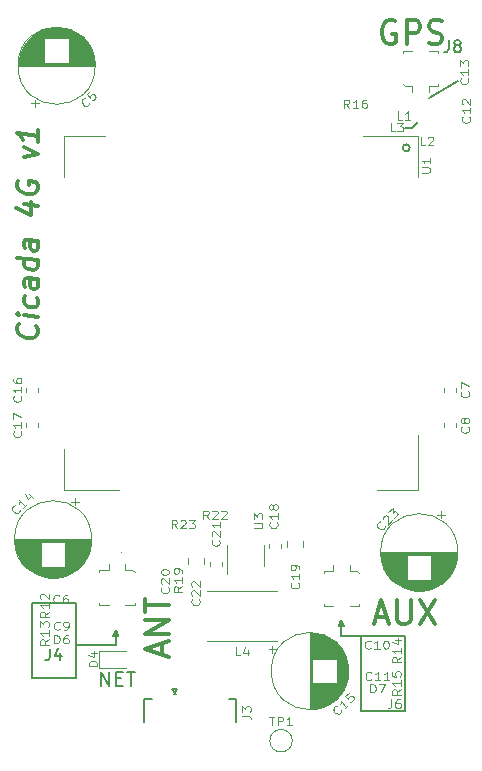
<source format=gto>
G04 #@! TF.GenerationSoftware,KiCad,Pcbnew,(5.1.0-10-g6006703)*
G04 #@! TF.CreationDate,2019-04-13T18:37:01+08:00*
G04 #@! TF.ProjectId,cicada,63696361-6461-42e6-9b69-6361645f7063,0.1*
G04 #@! TF.SameCoordinates,PX7cee6c0PY3dfd240*
G04 #@! TF.FileFunction,Legend,Top*
G04 #@! TF.FilePolarity,Positive*
%FSLAX46Y46*%
G04 Gerber Fmt 4.6, Leading zero omitted, Abs format (unit mm)*
G04 Created by KiCad (PCBNEW (5.1.0-10-g6006703)) date 2019-04-13 18:37:01*
%MOMM*%
%LPD*%
G04 APERTURE LIST*
%ADD10C,0.200000*%
%ADD11C,0.300000*%
%ADD12C,0.150000*%
%ADD13C,0.350000*%
%ADD14C,0.099060*%
%ADD15C,0.120000*%
%ADD16C,0.100000*%
G04 APERTURE END LIST*
D10*
X-11842858Y-52542857D02*
X-11842858Y-51342857D01*
X-11157143Y-52542857D01*
X-11157143Y-51342857D01*
X-10585715Y-51914285D02*
X-10185715Y-51914285D01*
X-10014286Y-52542857D02*
X-10585715Y-52542857D01*
X-10585715Y-51342857D01*
X-10014286Y-51342857D01*
X-9671429Y-51342857D02*
X-8985715Y-51342857D01*
X-9328572Y-52542857D02*
X-9328572Y-51342857D01*
D11*
X13071428Y3700000D02*
X12880952Y3795239D01*
X12595238Y3795239D01*
X12309523Y3700000D01*
X12119047Y3509524D01*
X12023809Y3319048D01*
X11928571Y2938096D01*
X11928571Y2652381D01*
X12023809Y2271429D01*
X12119047Y2080953D01*
X12309523Y1890477D01*
X12595238Y1795239D01*
X12785714Y1795239D01*
X13071428Y1890477D01*
X13166666Y1985715D01*
X13166666Y2652381D01*
X12785714Y2652381D01*
X14023809Y1795239D02*
X14023809Y3795239D01*
X14785714Y3795239D01*
X14976190Y3700000D01*
X15071428Y3604762D01*
X15166666Y3414286D01*
X15166666Y3128572D01*
X15071428Y2938096D01*
X14976190Y2842858D01*
X14785714Y2747620D01*
X14023809Y2747620D01*
X15928571Y1890477D02*
X16214285Y1795239D01*
X16690476Y1795239D01*
X16880952Y1890477D01*
X16976190Y1985715D01*
X17071428Y2176191D01*
X17071428Y2366667D01*
X16976190Y2557143D01*
X16880952Y2652381D01*
X16690476Y2747620D01*
X16309523Y2842858D01*
X16119047Y2938096D01*
X16023809Y3033334D01*
X15928571Y3223810D01*
X15928571Y3414286D01*
X16023809Y3604762D01*
X16119047Y3700000D01*
X16309523Y3795239D01*
X16785714Y3795239D01*
X17071428Y3700000D01*
X11423809Y-46733333D02*
X12376190Y-46733333D01*
X11233333Y-47304761D02*
X11900000Y-45304761D01*
X12566666Y-47304761D01*
X13233333Y-45304761D02*
X13233333Y-46923809D01*
X13328571Y-47114285D01*
X13423809Y-47209523D01*
X13614285Y-47304761D01*
X13995238Y-47304761D01*
X14185714Y-47209523D01*
X14280952Y-47114285D01*
X14376190Y-46923809D01*
X14376190Y-45304761D01*
X15138095Y-45304761D02*
X16471428Y-47304761D01*
X16471428Y-45304761D02*
X15138095Y-47304761D01*
X-6666667Y-49935714D02*
X-6666667Y-48983333D01*
X-6095239Y-50126190D02*
X-8095239Y-49459523D01*
X-6095239Y-48792857D01*
X-6095239Y-48126190D02*
X-8095239Y-48126190D01*
X-6095239Y-46983333D01*
X-8095239Y-46983333D01*
X-8095239Y-46316666D02*
X-8095239Y-45173809D01*
X-6095239Y-45745238D02*
X-8095239Y-45745238D01*
D12*
X14500000Y-5300000D02*
X15000000Y-4800000D01*
X13900000Y-5300000D02*
X14500000Y-5300000D01*
X18400000Y-1350000D02*
X15900000Y-2800000D01*
X-10800000Y-48300000D02*
X-10400000Y-48300000D01*
X-17700000Y-51900000D02*
X-17700000Y-45500000D01*
X-10400000Y-48300000D02*
X-10600000Y-47800000D01*
X-10600000Y-49100000D02*
X-14000000Y-49100000D01*
X-10600000Y-47800000D02*
X-10800000Y-48300000D01*
X-17700000Y-45500000D02*
X-14000000Y-45500000D01*
X-10600000Y-49100000D02*
X-10600000Y-47800000D01*
X-14000000Y-45500000D02*
X-14000000Y-51900000D01*
X-14000000Y-51900000D02*
X-17700000Y-51900000D01*
X8700000Y-47500000D02*
X8500000Y-47000000D01*
X8300000Y-47500000D02*
X8700000Y-47500000D01*
X8500000Y-47000000D02*
X8300000Y-47500000D01*
X8500000Y-48300000D02*
X8500000Y-47000000D01*
X10200000Y-48300000D02*
X8500000Y-48300000D01*
X10200000Y-54700000D02*
X10200000Y-48300000D01*
X13900000Y-54700000D02*
X10200000Y-54700000D01*
X13900000Y-48300000D02*
X13900000Y-54700000D01*
X10200000Y-48300000D02*
X13900000Y-48300000D01*
D13*
X-17357143Y-22072187D02*
X-17271429Y-22168616D01*
X-17185715Y-22436473D01*
X-17185715Y-22607901D01*
X-17271429Y-22854330D01*
X-17442858Y-23004330D01*
X-17614286Y-23068616D01*
X-17957143Y-23111473D01*
X-18214286Y-23079330D01*
X-18557143Y-22950758D01*
X-18728572Y-22843616D01*
X-18900000Y-22650758D01*
X-18985715Y-22382901D01*
X-18985715Y-22211473D01*
X-18900000Y-21965044D01*
X-18814286Y-21890044D01*
X-17185715Y-21322187D02*
X-18385715Y-21172187D01*
X-18985715Y-21097187D02*
X-18900000Y-21193616D01*
X-18814286Y-21118616D01*
X-18900000Y-21022187D01*
X-18985715Y-21097187D01*
X-18814286Y-21118616D01*
X-17271429Y-19682901D02*
X-17185715Y-19865044D01*
X-17185715Y-20207901D01*
X-17271429Y-20368616D01*
X-17357143Y-20443616D01*
X-17528572Y-20507901D01*
X-18042858Y-20443616D01*
X-18214286Y-20336473D01*
X-18300000Y-20240044D01*
X-18385715Y-20057901D01*
X-18385715Y-19715044D01*
X-18300000Y-19554330D01*
X-17185715Y-18150758D02*
X-18128572Y-18032901D01*
X-18300000Y-18097187D01*
X-18385715Y-18257901D01*
X-18385715Y-18600758D01*
X-18300000Y-18782901D01*
X-17271429Y-18140044D02*
X-17185715Y-18322187D01*
X-17185715Y-18750758D01*
X-17271429Y-18911473D01*
X-17442858Y-18975758D01*
X-17614286Y-18954330D01*
X-17785715Y-18847187D01*
X-17871429Y-18665044D01*
X-17871429Y-18236473D01*
X-17957143Y-18054330D01*
X-17185715Y-16522187D02*
X-18985715Y-16297187D01*
X-17271429Y-16511473D02*
X-17185715Y-16693616D01*
X-17185715Y-17036473D01*
X-17271429Y-17197187D01*
X-17357143Y-17272187D01*
X-17528572Y-17336473D01*
X-18042858Y-17272187D01*
X-18214286Y-17165044D01*
X-18300000Y-17068616D01*
X-18385715Y-16886473D01*
X-18385715Y-16543616D01*
X-18300000Y-16382901D01*
X-17185715Y-14893616D02*
X-18128572Y-14775758D01*
X-18300000Y-14840044D01*
X-18385715Y-15000758D01*
X-18385715Y-15343616D01*
X-18300000Y-15525758D01*
X-17271429Y-14882901D02*
X-17185715Y-15065044D01*
X-17185715Y-15493616D01*
X-17271429Y-15654330D01*
X-17442858Y-15718616D01*
X-17614286Y-15697187D01*
X-17785715Y-15590044D01*
X-17871429Y-15407901D01*
X-17871429Y-14979330D01*
X-17957143Y-14797187D01*
X-18385715Y-11743616D02*
X-17185715Y-11893616D01*
X-19071429Y-12086473D02*
X-17785715Y-12675758D01*
X-17785715Y-11561473D01*
X-18900000Y-9793616D02*
X-18985715Y-9954330D01*
X-18985715Y-10211473D01*
X-18900000Y-10479330D01*
X-18728572Y-10672187D01*
X-18557143Y-10779330D01*
X-18214286Y-10907901D01*
X-17957143Y-10940044D01*
X-17614286Y-10897187D01*
X-17442858Y-10832901D01*
X-17271429Y-10682901D01*
X-17185715Y-10436473D01*
X-17185715Y-10265044D01*
X-17271429Y-9997187D01*
X-17357143Y-9900758D01*
X-17957143Y-9825758D01*
X-17957143Y-10168616D01*
X-18385715Y-7800758D02*
X-17185715Y-7522187D01*
X-18385715Y-6943616D01*
X-17185715Y-5465044D02*
X-17185715Y-6493616D01*
X-17185715Y-5979330D02*
X-18985715Y-5754330D01*
X-18728572Y-5957901D01*
X-18557143Y-6150758D01*
X-18471429Y-6332901D01*
D12*
X14300000Y-7000000D02*
G75*
G03X14300000Y-7000000I-300000J0D01*
G01*
D14*
X15000000Y-9500000D02*
X14998700Y-6001300D01*
X14998700Y-35998700D02*
X14998700Y-31347960D01*
X-11500000Y-6000000D02*
X-14998700Y-6001300D01*
X14998700Y-6001300D02*
X10347960Y-6001300D01*
X-15000000Y-9500000D02*
X-14998700Y-6001300D01*
X-14998700Y-35998700D02*
X-15000000Y-32500000D01*
X-10347960Y-35998700D02*
X-14998700Y-35998700D01*
X14998700Y-35998700D02*
X11500000Y-36000000D01*
D15*
X15900000Y-1800000D02*
X15900000Y-2300000D01*
X14500000Y-1800000D02*
X14500000Y-2300000D01*
X14500000Y-1800000D02*
X13900000Y-1800000D01*
X13900000Y-1800000D02*
X13700000Y-1600000D01*
X16700000Y-1600000D02*
X16700000Y-1800000D01*
X16700000Y-1800000D02*
X15900000Y-1800000D01*
X15900000Y1200000D02*
X16700000Y1200000D01*
X16700000Y1200000D02*
X16700000Y1000000D01*
X13700000Y1000000D02*
X13700000Y1200000D01*
X13700000Y1200000D02*
X14500000Y1200000D01*
X7800000Y-42800000D02*
X7800000Y-42300000D01*
X9200000Y-42800000D02*
X9200000Y-42300000D01*
X9200000Y-42800000D02*
X9800000Y-42800000D01*
X9800000Y-42800000D02*
X10000000Y-43000000D01*
X7000000Y-43000000D02*
X7000000Y-42800000D01*
X7000000Y-42800000D02*
X7800000Y-42800000D01*
X7800000Y-45800000D02*
X7000000Y-45800000D01*
X7000000Y-45800000D02*
X7000000Y-45600000D01*
X10000000Y-45600000D02*
X10000000Y-45800000D01*
X10000000Y-45800000D02*
X9200000Y-45800000D01*
X-11200000Y-42750000D02*
X-11200000Y-42250000D01*
X-9800000Y-42750000D02*
X-9800000Y-42250000D01*
X-9800000Y-42750000D02*
X-9200000Y-42750000D01*
X-9200000Y-42750000D02*
X-9000000Y-42950000D01*
X-12000000Y-42950000D02*
X-12000000Y-42750000D01*
X-12000000Y-42750000D02*
X-11200000Y-42750000D01*
X-11200000Y-45750000D02*
X-12000000Y-45750000D01*
X-12000000Y-45750000D02*
X-12000000Y-45550000D01*
X-9000000Y-45550000D02*
X-9000000Y-45750000D01*
X-9000000Y-45750000D02*
X-9800000Y-45750000D01*
D12*
X-8200000Y-53700000D02*
X-7500000Y-53700000D01*
X-8200000Y-53700000D02*
X-8200000Y-55600000D01*
X-1000000Y-53700000D02*
X-400000Y-53700000D01*
X-400000Y-53700000D02*
X-400000Y-55600000D01*
X-5800000Y-52800000D02*
X-5600000Y-53200000D01*
X-5600000Y-53200000D02*
X-5400000Y-52800000D01*
X-5400000Y-52800000D02*
X-5800000Y-52800000D01*
D15*
X-17190000Y-27662779D02*
X-17190000Y-27337221D01*
X-18210000Y-27662779D02*
X-18210000Y-27337221D01*
X18210000Y-27662779D02*
X18210000Y-27337221D01*
X17190000Y-27662779D02*
X17190000Y-27337221D01*
X-1134265Y-40647209D02*
X-1134265Y-43077209D01*
X1935735Y-42407209D02*
X1935735Y-40647209D01*
X4350000Y-57200000D02*
G75*
G03X4350000Y-57200000I-950000J0D01*
G01*
X3100000Y-44550000D02*
X-2900000Y-44550000D01*
X3100000Y-48750000D02*
X-2900000Y-48750000D01*
D16*
X8205000Y-41300000D02*
G75*
G03X8205000Y-41300000I-50000J0D01*
G01*
X-10105000Y-41250000D02*
G75*
G03X-10105000Y-41250000I-50000J0D01*
G01*
D15*
X-11985000Y-51035000D02*
X-9700000Y-51035000D01*
X-11985000Y-49565000D02*
X-11985000Y-51035000D01*
X-9700000Y-49565000D02*
X-11985000Y-49565000D01*
X17254000Y-38064759D02*
X16624000Y-38064759D01*
X16939000Y-37749759D02*
X16939000Y-38379759D01*
X15502000Y-44491000D02*
X14698000Y-44491000D01*
X15733000Y-44451000D02*
X14467000Y-44451000D01*
X15902000Y-44411000D02*
X14298000Y-44411000D01*
X16040000Y-44371000D02*
X14160000Y-44371000D01*
X16159000Y-44331000D02*
X14041000Y-44331000D01*
X16265000Y-44291000D02*
X13935000Y-44291000D01*
X16362000Y-44251000D02*
X13838000Y-44251000D01*
X16450000Y-44211000D02*
X13750000Y-44211000D01*
X16532000Y-44171000D02*
X13668000Y-44171000D01*
X16609000Y-44131000D02*
X13591000Y-44131000D01*
X16681000Y-44091000D02*
X13519000Y-44091000D01*
X16750000Y-44051000D02*
X13450000Y-44051000D01*
X16814000Y-44011000D02*
X13386000Y-44011000D01*
X16876000Y-43971000D02*
X13324000Y-43971000D01*
X16934000Y-43931000D02*
X13266000Y-43931000D01*
X16990000Y-43891000D02*
X13210000Y-43891000D01*
X17044000Y-43851000D02*
X13156000Y-43851000D01*
X17095000Y-43811000D02*
X13105000Y-43811000D01*
X17144000Y-43771000D02*
X13056000Y-43771000D01*
X17192000Y-43731000D02*
X13008000Y-43731000D01*
X17237000Y-43691000D02*
X12963000Y-43691000D01*
X17282000Y-43651000D02*
X12918000Y-43651000D01*
X17324000Y-43611000D02*
X12876000Y-43611000D01*
X17365000Y-43571000D02*
X12835000Y-43571000D01*
X14060000Y-43531000D02*
X12795000Y-43531000D01*
X17405000Y-43531000D02*
X16140000Y-43531000D01*
X14060000Y-43491000D02*
X12757000Y-43491000D01*
X17443000Y-43491000D02*
X16140000Y-43491000D01*
X14060000Y-43451000D02*
X12720000Y-43451000D01*
X17480000Y-43451000D02*
X16140000Y-43451000D01*
X14060000Y-43411000D02*
X12684000Y-43411000D01*
X17516000Y-43411000D02*
X16140000Y-43411000D01*
X14060000Y-43371000D02*
X12650000Y-43371000D01*
X17550000Y-43371000D02*
X16140000Y-43371000D01*
X14060000Y-43331000D02*
X12616000Y-43331000D01*
X17584000Y-43331000D02*
X16140000Y-43331000D01*
X14060000Y-43291000D02*
X12584000Y-43291000D01*
X17616000Y-43291000D02*
X16140000Y-43291000D01*
X14060000Y-43251000D02*
X12552000Y-43251000D01*
X17648000Y-43251000D02*
X16140000Y-43251000D01*
X14060000Y-43211000D02*
X12522000Y-43211000D01*
X17678000Y-43211000D02*
X16140000Y-43211000D01*
X14060000Y-43171000D02*
X12493000Y-43171000D01*
X17707000Y-43171000D02*
X16140000Y-43171000D01*
X14060000Y-43131000D02*
X12464000Y-43131000D01*
X17736000Y-43131000D02*
X16140000Y-43131000D01*
X14060000Y-43091000D02*
X12436000Y-43091000D01*
X17764000Y-43091000D02*
X16140000Y-43091000D01*
X14060000Y-43051000D02*
X12410000Y-43051000D01*
X17790000Y-43051000D02*
X16140000Y-43051000D01*
X14060000Y-43011000D02*
X12384000Y-43011000D01*
X17816000Y-43011000D02*
X16140000Y-43011000D01*
X14060000Y-42971000D02*
X12358000Y-42971000D01*
X17842000Y-42971000D02*
X16140000Y-42971000D01*
X14060000Y-42931000D02*
X12334000Y-42931000D01*
X17866000Y-42931000D02*
X16140000Y-42931000D01*
X14060000Y-42891000D02*
X12310000Y-42891000D01*
X17890000Y-42891000D02*
X16140000Y-42891000D01*
X14060000Y-42851000D02*
X12288000Y-42851000D01*
X17912000Y-42851000D02*
X16140000Y-42851000D01*
X14060000Y-42811000D02*
X12266000Y-42811000D01*
X17934000Y-42811000D02*
X16140000Y-42811000D01*
X14060000Y-42771000D02*
X12244000Y-42771000D01*
X17956000Y-42771000D02*
X16140000Y-42771000D01*
X14060000Y-42731000D02*
X12224000Y-42731000D01*
X17976000Y-42731000D02*
X16140000Y-42731000D01*
X14060000Y-42691000D02*
X12204000Y-42691000D01*
X17996000Y-42691000D02*
X16140000Y-42691000D01*
X14060000Y-42651000D02*
X12184000Y-42651000D01*
X18016000Y-42651000D02*
X16140000Y-42651000D01*
X14060000Y-42611000D02*
X12166000Y-42611000D01*
X18034000Y-42611000D02*
X16140000Y-42611000D01*
X14060000Y-42571000D02*
X12148000Y-42571000D01*
X18052000Y-42571000D02*
X16140000Y-42571000D01*
X14060000Y-42531000D02*
X12130000Y-42531000D01*
X18070000Y-42531000D02*
X16140000Y-42531000D01*
X14060000Y-42491000D02*
X12114000Y-42491000D01*
X18086000Y-42491000D02*
X16140000Y-42491000D01*
X14060000Y-42451000D02*
X12098000Y-42451000D01*
X18102000Y-42451000D02*
X16140000Y-42451000D01*
X14060000Y-42411000D02*
X12082000Y-42411000D01*
X18118000Y-42411000D02*
X16140000Y-42411000D01*
X14060000Y-42371000D02*
X12067000Y-42371000D01*
X18133000Y-42371000D02*
X16140000Y-42371000D01*
X14060000Y-42331000D02*
X12053000Y-42331000D01*
X18147000Y-42331000D02*
X16140000Y-42331000D01*
X14060000Y-42291000D02*
X12039000Y-42291000D01*
X18161000Y-42291000D02*
X16140000Y-42291000D01*
X14060000Y-42251000D02*
X12026000Y-42251000D01*
X18174000Y-42251000D02*
X16140000Y-42251000D01*
X14060000Y-42211000D02*
X12014000Y-42211000D01*
X18186000Y-42211000D02*
X16140000Y-42211000D01*
X14060000Y-42171000D02*
X12002000Y-42171000D01*
X18198000Y-42171000D02*
X16140000Y-42171000D01*
X14060000Y-42131000D02*
X11990000Y-42131000D01*
X18210000Y-42131000D02*
X16140000Y-42131000D01*
X14060000Y-42091000D02*
X11979000Y-42091000D01*
X18221000Y-42091000D02*
X16140000Y-42091000D01*
X14060000Y-42051000D02*
X11969000Y-42051000D01*
X18231000Y-42051000D02*
X16140000Y-42051000D01*
X14060000Y-42011000D02*
X11959000Y-42011000D01*
X18241000Y-42011000D02*
X16140000Y-42011000D01*
X14060000Y-41971000D02*
X11950000Y-41971000D01*
X18250000Y-41971000D02*
X16140000Y-41971000D01*
X14060000Y-41930000D02*
X11941000Y-41930000D01*
X18259000Y-41930000D02*
X16140000Y-41930000D01*
X14060000Y-41890000D02*
X11933000Y-41890000D01*
X18267000Y-41890000D02*
X16140000Y-41890000D01*
X14060000Y-41850000D02*
X11925000Y-41850000D01*
X18275000Y-41850000D02*
X16140000Y-41850000D01*
X14060000Y-41810000D02*
X11918000Y-41810000D01*
X18282000Y-41810000D02*
X16140000Y-41810000D01*
X14060000Y-41770000D02*
X11911000Y-41770000D01*
X18289000Y-41770000D02*
X16140000Y-41770000D01*
X14060000Y-41730000D02*
X11905000Y-41730000D01*
X18295000Y-41730000D02*
X16140000Y-41730000D01*
X14060000Y-41690000D02*
X11899000Y-41690000D01*
X18301000Y-41690000D02*
X16140000Y-41690000D01*
X14060000Y-41650000D02*
X11894000Y-41650000D01*
X18306000Y-41650000D02*
X16140000Y-41650000D01*
X14060000Y-41610000D02*
X11889000Y-41610000D01*
X18311000Y-41610000D02*
X16140000Y-41610000D01*
X14060000Y-41570000D02*
X11885000Y-41570000D01*
X18315000Y-41570000D02*
X16140000Y-41570000D01*
X14060000Y-41530000D02*
X11882000Y-41530000D01*
X18318000Y-41530000D02*
X16140000Y-41530000D01*
X14060000Y-41490000D02*
X11878000Y-41490000D01*
X18322000Y-41490000D02*
X16140000Y-41490000D01*
X18324000Y-41450000D02*
X11876000Y-41450000D01*
X18327000Y-41410000D02*
X11873000Y-41410000D01*
X18328000Y-41370000D02*
X11872000Y-41370000D01*
X18330000Y-41330000D02*
X11870000Y-41330000D01*
X18330000Y-41290000D02*
X11870000Y-41290000D01*
X18330000Y-41250000D02*
X11870000Y-41250000D01*
X18370000Y-41250000D02*
G75*
G03X18370000Y-41250000I-3270000J0D01*
G01*
X-4510000Y-41741422D02*
X-4510000Y-42258578D01*
X-3090000Y-41741422D02*
X-3090000Y-42258578D01*
X-1590000Y-42375279D02*
X-1590000Y-42049721D01*
X-2610000Y-42375279D02*
X-2610000Y-42049721D01*
X5285735Y-40785786D02*
X5285735Y-40268630D01*
X3865735Y-40785786D02*
X3865735Y-40268630D01*
X2365736Y-40576927D02*
X2365736Y-40902485D01*
X3385736Y-40576927D02*
X3385736Y-40902485D01*
X-18210000Y-30337221D02*
X-18210000Y-30662779D01*
X-17190000Y-30337221D02*
X-17190000Y-30662779D01*
X2664759Y-49146000D02*
X2664759Y-49776000D01*
X2349759Y-49461000D02*
X2979759Y-49461000D01*
X9091000Y-50898000D02*
X9091000Y-51702000D01*
X9051000Y-50667000D02*
X9051000Y-51933000D01*
X9011000Y-50498000D02*
X9011000Y-52102000D01*
X8971000Y-50360000D02*
X8971000Y-52240000D01*
X8931000Y-50241000D02*
X8931000Y-52359000D01*
X8891000Y-50135000D02*
X8891000Y-52465000D01*
X8851000Y-50038000D02*
X8851000Y-52562000D01*
X8811000Y-49950000D02*
X8811000Y-52650000D01*
X8771000Y-49868000D02*
X8771000Y-52732000D01*
X8731000Y-49791000D02*
X8731000Y-52809000D01*
X8691000Y-49719000D02*
X8691000Y-52881000D01*
X8651000Y-49650000D02*
X8651000Y-52950000D01*
X8611000Y-49586000D02*
X8611000Y-53014000D01*
X8571000Y-49524000D02*
X8571000Y-53076000D01*
X8531000Y-49466000D02*
X8531000Y-53134000D01*
X8491000Y-49410000D02*
X8491000Y-53190000D01*
X8451000Y-49356000D02*
X8451000Y-53244000D01*
X8411000Y-49305000D02*
X8411000Y-53295000D01*
X8371000Y-49256000D02*
X8371000Y-53344000D01*
X8331000Y-49208000D02*
X8331000Y-53392000D01*
X8291000Y-49163000D02*
X8291000Y-53437000D01*
X8251000Y-49118000D02*
X8251000Y-53482000D01*
X8211000Y-49076000D02*
X8211000Y-53524000D01*
X8171000Y-49035000D02*
X8171000Y-53565000D01*
X8131000Y-52340000D02*
X8131000Y-53605000D01*
X8131000Y-48995000D02*
X8131000Y-50260000D01*
X8091000Y-52340000D02*
X8091000Y-53643000D01*
X8091000Y-48957000D02*
X8091000Y-50260000D01*
X8051000Y-52340000D02*
X8051000Y-53680000D01*
X8051000Y-48920000D02*
X8051000Y-50260000D01*
X8011000Y-52340000D02*
X8011000Y-53716000D01*
X8011000Y-48884000D02*
X8011000Y-50260000D01*
X7971000Y-52340000D02*
X7971000Y-53750000D01*
X7971000Y-48850000D02*
X7971000Y-50260000D01*
X7931000Y-52340000D02*
X7931000Y-53784000D01*
X7931000Y-48816000D02*
X7931000Y-50260000D01*
X7891000Y-52340000D02*
X7891000Y-53816000D01*
X7891000Y-48784000D02*
X7891000Y-50260000D01*
X7851000Y-52340000D02*
X7851000Y-53848000D01*
X7851000Y-48752000D02*
X7851000Y-50260000D01*
X7811000Y-52340000D02*
X7811000Y-53878000D01*
X7811000Y-48722000D02*
X7811000Y-50260000D01*
X7771000Y-52340000D02*
X7771000Y-53907000D01*
X7771000Y-48693000D02*
X7771000Y-50260000D01*
X7731000Y-52340000D02*
X7731000Y-53936000D01*
X7731000Y-48664000D02*
X7731000Y-50260000D01*
X7691000Y-52340000D02*
X7691000Y-53964000D01*
X7691000Y-48636000D02*
X7691000Y-50260000D01*
X7651000Y-52340000D02*
X7651000Y-53990000D01*
X7651000Y-48610000D02*
X7651000Y-50260000D01*
X7611000Y-52340000D02*
X7611000Y-54016000D01*
X7611000Y-48584000D02*
X7611000Y-50260000D01*
X7571000Y-52340000D02*
X7571000Y-54042000D01*
X7571000Y-48558000D02*
X7571000Y-50260000D01*
X7531000Y-52340000D02*
X7531000Y-54066000D01*
X7531000Y-48534000D02*
X7531000Y-50260000D01*
X7491000Y-52340000D02*
X7491000Y-54090000D01*
X7491000Y-48510000D02*
X7491000Y-50260000D01*
X7451000Y-52340000D02*
X7451000Y-54112000D01*
X7451000Y-48488000D02*
X7451000Y-50260000D01*
X7411000Y-52340000D02*
X7411000Y-54134000D01*
X7411000Y-48466000D02*
X7411000Y-50260000D01*
X7371000Y-52340000D02*
X7371000Y-54156000D01*
X7371000Y-48444000D02*
X7371000Y-50260000D01*
X7331000Y-52340000D02*
X7331000Y-54176000D01*
X7331000Y-48424000D02*
X7331000Y-50260000D01*
X7291000Y-52340000D02*
X7291000Y-54196000D01*
X7291000Y-48404000D02*
X7291000Y-50260000D01*
X7251000Y-52340000D02*
X7251000Y-54216000D01*
X7251000Y-48384000D02*
X7251000Y-50260000D01*
X7211000Y-52340000D02*
X7211000Y-54234000D01*
X7211000Y-48366000D02*
X7211000Y-50260000D01*
X7171000Y-52340000D02*
X7171000Y-54252000D01*
X7171000Y-48348000D02*
X7171000Y-50260000D01*
X7131000Y-52340000D02*
X7131000Y-54270000D01*
X7131000Y-48330000D02*
X7131000Y-50260000D01*
X7091000Y-52340000D02*
X7091000Y-54286000D01*
X7091000Y-48314000D02*
X7091000Y-50260000D01*
X7051000Y-52340000D02*
X7051000Y-54302000D01*
X7051000Y-48298000D02*
X7051000Y-50260000D01*
X7011000Y-52340000D02*
X7011000Y-54318000D01*
X7011000Y-48282000D02*
X7011000Y-50260000D01*
X6971000Y-52340000D02*
X6971000Y-54333000D01*
X6971000Y-48267000D02*
X6971000Y-50260000D01*
X6931000Y-52340000D02*
X6931000Y-54347000D01*
X6931000Y-48253000D02*
X6931000Y-50260000D01*
X6891000Y-52340000D02*
X6891000Y-54361000D01*
X6891000Y-48239000D02*
X6891000Y-50260000D01*
X6851000Y-52340000D02*
X6851000Y-54374000D01*
X6851000Y-48226000D02*
X6851000Y-50260000D01*
X6811000Y-52340000D02*
X6811000Y-54386000D01*
X6811000Y-48214000D02*
X6811000Y-50260000D01*
X6771000Y-52340000D02*
X6771000Y-54398000D01*
X6771000Y-48202000D02*
X6771000Y-50260000D01*
X6731000Y-52340000D02*
X6731000Y-54410000D01*
X6731000Y-48190000D02*
X6731000Y-50260000D01*
X6691000Y-52340000D02*
X6691000Y-54421000D01*
X6691000Y-48179000D02*
X6691000Y-50260000D01*
X6651000Y-52340000D02*
X6651000Y-54431000D01*
X6651000Y-48169000D02*
X6651000Y-50260000D01*
X6611000Y-52340000D02*
X6611000Y-54441000D01*
X6611000Y-48159000D02*
X6611000Y-50260000D01*
X6571000Y-52340000D02*
X6571000Y-54450000D01*
X6571000Y-48150000D02*
X6571000Y-50260000D01*
X6530000Y-52340000D02*
X6530000Y-54459000D01*
X6530000Y-48141000D02*
X6530000Y-50260000D01*
X6490000Y-52340000D02*
X6490000Y-54467000D01*
X6490000Y-48133000D02*
X6490000Y-50260000D01*
X6450000Y-52340000D02*
X6450000Y-54475000D01*
X6450000Y-48125000D02*
X6450000Y-50260000D01*
X6410000Y-52340000D02*
X6410000Y-54482000D01*
X6410000Y-48118000D02*
X6410000Y-50260000D01*
X6370000Y-52340000D02*
X6370000Y-54489000D01*
X6370000Y-48111000D02*
X6370000Y-50260000D01*
X6330000Y-52340000D02*
X6330000Y-54495000D01*
X6330000Y-48105000D02*
X6330000Y-50260000D01*
X6290000Y-52340000D02*
X6290000Y-54501000D01*
X6290000Y-48099000D02*
X6290000Y-50260000D01*
X6250000Y-52340000D02*
X6250000Y-54506000D01*
X6250000Y-48094000D02*
X6250000Y-50260000D01*
X6210000Y-52340000D02*
X6210000Y-54511000D01*
X6210000Y-48089000D02*
X6210000Y-50260000D01*
X6170000Y-52340000D02*
X6170000Y-54515000D01*
X6170000Y-48085000D02*
X6170000Y-50260000D01*
X6130000Y-52340000D02*
X6130000Y-54518000D01*
X6130000Y-48082000D02*
X6130000Y-50260000D01*
X6090000Y-52340000D02*
X6090000Y-54522000D01*
X6090000Y-48078000D02*
X6090000Y-50260000D01*
X6050000Y-48076000D02*
X6050000Y-54524000D01*
X6010000Y-48073000D02*
X6010000Y-54527000D01*
X5970000Y-48072000D02*
X5970000Y-54528000D01*
X5930000Y-48070000D02*
X5930000Y-54530000D01*
X5890000Y-48070000D02*
X5890000Y-54530000D01*
X5850000Y-48070000D02*
X5850000Y-54530000D01*
X9120000Y-51300000D02*
G75*
G03X9120000Y-51300000I-3270000J0D01*
G01*
X-13746000Y-36964759D02*
X-14376000Y-36964759D01*
X-14061000Y-36649759D02*
X-14061000Y-37279759D01*
X-15498000Y-43391000D02*
X-16302000Y-43391000D01*
X-15267000Y-43351000D02*
X-16533000Y-43351000D01*
X-15098000Y-43311000D02*
X-16702000Y-43311000D01*
X-14960000Y-43271000D02*
X-16840000Y-43271000D01*
X-14841000Y-43231000D02*
X-16959000Y-43231000D01*
X-14735000Y-43191000D02*
X-17065000Y-43191000D01*
X-14638000Y-43151000D02*
X-17162000Y-43151000D01*
X-14550000Y-43111000D02*
X-17250000Y-43111000D01*
X-14468000Y-43071000D02*
X-17332000Y-43071000D01*
X-14391000Y-43031000D02*
X-17409000Y-43031000D01*
X-14319000Y-42991000D02*
X-17481000Y-42991000D01*
X-14250000Y-42951000D02*
X-17550000Y-42951000D01*
X-14186000Y-42911000D02*
X-17614000Y-42911000D01*
X-14124000Y-42871000D02*
X-17676000Y-42871000D01*
X-14066000Y-42831000D02*
X-17734000Y-42831000D01*
X-14010000Y-42791000D02*
X-17790000Y-42791000D01*
X-13956000Y-42751000D02*
X-17844000Y-42751000D01*
X-13905000Y-42711000D02*
X-17895000Y-42711000D01*
X-13856000Y-42671000D02*
X-17944000Y-42671000D01*
X-13808000Y-42631000D02*
X-17992000Y-42631000D01*
X-13763000Y-42591000D02*
X-18037000Y-42591000D01*
X-13718000Y-42551000D02*
X-18082000Y-42551000D01*
X-13676000Y-42511000D02*
X-18124000Y-42511000D01*
X-13635000Y-42471000D02*
X-18165000Y-42471000D01*
X-16940000Y-42431000D02*
X-18205000Y-42431000D01*
X-13595000Y-42431000D02*
X-14860000Y-42431000D01*
X-16940000Y-42391000D02*
X-18243000Y-42391000D01*
X-13557000Y-42391000D02*
X-14860000Y-42391000D01*
X-16940000Y-42351000D02*
X-18280000Y-42351000D01*
X-13520000Y-42351000D02*
X-14860000Y-42351000D01*
X-16940000Y-42311000D02*
X-18316000Y-42311000D01*
X-13484000Y-42311000D02*
X-14860000Y-42311000D01*
X-16940000Y-42271000D02*
X-18350000Y-42271000D01*
X-13450000Y-42271000D02*
X-14860000Y-42271000D01*
X-16940000Y-42231000D02*
X-18384000Y-42231000D01*
X-13416000Y-42231000D02*
X-14860000Y-42231000D01*
X-16940000Y-42191000D02*
X-18416000Y-42191000D01*
X-13384000Y-42191000D02*
X-14860000Y-42191000D01*
X-16940000Y-42151000D02*
X-18448000Y-42151000D01*
X-13352000Y-42151000D02*
X-14860000Y-42151000D01*
X-16940000Y-42111000D02*
X-18478000Y-42111000D01*
X-13322000Y-42111000D02*
X-14860000Y-42111000D01*
X-16940000Y-42071000D02*
X-18507000Y-42071000D01*
X-13293000Y-42071000D02*
X-14860000Y-42071000D01*
X-16940000Y-42031000D02*
X-18536000Y-42031000D01*
X-13264000Y-42031000D02*
X-14860000Y-42031000D01*
X-16940000Y-41991000D02*
X-18564000Y-41991000D01*
X-13236000Y-41991000D02*
X-14860000Y-41991000D01*
X-16940000Y-41951000D02*
X-18590000Y-41951000D01*
X-13210000Y-41951000D02*
X-14860000Y-41951000D01*
X-16940000Y-41911000D02*
X-18616000Y-41911000D01*
X-13184000Y-41911000D02*
X-14860000Y-41911000D01*
X-16940000Y-41871000D02*
X-18642000Y-41871000D01*
X-13158000Y-41871000D02*
X-14860000Y-41871000D01*
X-16940000Y-41831000D02*
X-18666000Y-41831000D01*
X-13134000Y-41831000D02*
X-14860000Y-41831000D01*
X-16940000Y-41791000D02*
X-18690000Y-41791000D01*
X-13110000Y-41791000D02*
X-14860000Y-41791000D01*
X-16940000Y-41751000D02*
X-18712000Y-41751000D01*
X-13088000Y-41751000D02*
X-14860000Y-41751000D01*
X-16940000Y-41711000D02*
X-18734000Y-41711000D01*
X-13066000Y-41711000D02*
X-14860000Y-41711000D01*
X-16940000Y-41671000D02*
X-18756000Y-41671000D01*
X-13044000Y-41671000D02*
X-14860000Y-41671000D01*
X-16940000Y-41631000D02*
X-18776000Y-41631000D01*
X-13024000Y-41631000D02*
X-14860000Y-41631000D01*
X-16940000Y-41591000D02*
X-18796000Y-41591000D01*
X-13004000Y-41591000D02*
X-14860000Y-41591000D01*
X-16940000Y-41551000D02*
X-18816000Y-41551000D01*
X-12984000Y-41551000D02*
X-14860000Y-41551000D01*
X-16940000Y-41511000D02*
X-18834000Y-41511000D01*
X-12966000Y-41511000D02*
X-14860000Y-41511000D01*
X-16940000Y-41471000D02*
X-18852000Y-41471000D01*
X-12948000Y-41471000D02*
X-14860000Y-41471000D01*
X-16940000Y-41431000D02*
X-18870000Y-41431000D01*
X-12930000Y-41431000D02*
X-14860000Y-41431000D01*
X-16940000Y-41391000D02*
X-18886000Y-41391000D01*
X-12914000Y-41391000D02*
X-14860000Y-41391000D01*
X-16940000Y-41351000D02*
X-18902000Y-41351000D01*
X-12898000Y-41351000D02*
X-14860000Y-41351000D01*
X-16940000Y-41311000D02*
X-18918000Y-41311000D01*
X-12882000Y-41311000D02*
X-14860000Y-41311000D01*
X-16940000Y-41271000D02*
X-18933000Y-41271000D01*
X-12867000Y-41271000D02*
X-14860000Y-41271000D01*
X-16940000Y-41231000D02*
X-18947000Y-41231000D01*
X-12853000Y-41231000D02*
X-14860000Y-41231000D01*
X-16940000Y-41191000D02*
X-18961000Y-41191000D01*
X-12839000Y-41191000D02*
X-14860000Y-41191000D01*
X-16940000Y-41151000D02*
X-18974000Y-41151000D01*
X-12826000Y-41151000D02*
X-14860000Y-41151000D01*
X-16940000Y-41111000D02*
X-18986000Y-41111000D01*
X-12814000Y-41111000D02*
X-14860000Y-41111000D01*
X-16940000Y-41071000D02*
X-18998000Y-41071000D01*
X-12802000Y-41071000D02*
X-14860000Y-41071000D01*
X-16940000Y-41031000D02*
X-19010000Y-41031000D01*
X-12790000Y-41031000D02*
X-14860000Y-41031000D01*
X-16940000Y-40991000D02*
X-19021000Y-40991000D01*
X-12779000Y-40991000D02*
X-14860000Y-40991000D01*
X-16940000Y-40951000D02*
X-19031000Y-40951000D01*
X-12769000Y-40951000D02*
X-14860000Y-40951000D01*
X-16940000Y-40911000D02*
X-19041000Y-40911000D01*
X-12759000Y-40911000D02*
X-14860000Y-40911000D01*
X-16940000Y-40871000D02*
X-19050000Y-40871000D01*
X-12750000Y-40871000D02*
X-14860000Y-40871000D01*
X-16940000Y-40830000D02*
X-19059000Y-40830000D01*
X-12741000Y-40830000D02*
X-14860000Y-40830000D01*
X-16940000Y-40790000D02*
X-19067000Y-40790000D01*
X-12733000Y-40790000D02*
X-14860000Y-40790000D01*
X-16940000Y-40750000D02*
X-19075000Y-40750000D01*
X-12725000Y-40750000D02*
X-14860000Y-40750000D01*
X-16940000Y-40710000D02*
X-19082000Y-40710000D01*
X-12718000Y-40710000D02*
X-14860000Y-40710000D01*
X-16940000Y-40670000D02*
X-19089000Y-40670000D01*
X-12711000Y-40670000D02*
X-14860000Y-40670000D01*
X-16940000Y-40630000D02*
X-19095000Y-40630000D01*
X-12705000Y-40630000D02*
X-14860000Y-40630000D01*
X-16940000Y-40590000D02*
X-19101000Y-40590000D01*
X-12699000Y-40590000D02*
X-14860000Y-40590000D01*
X-16940000Y-40550000D02*
X-19106000Y-40550000D01*
X-12694000Y-40550000D02*
X-14860000Y-40550000D01*
X-16940000Y-40510000D02*
X-19111000Y-40510000D01*
X-12689000Y-40510000D02*
X-14860000Y-40510000D01*
X-16940000Y-40470000D02*
X-19115000Y-40470000D01*
X-12685000Y-40470000D02*
X-14860000Y-40470000D01*
X-16940000Y-40430000D02*
X-19118000Y-40430000D01*
X-12682000Y-40430000D02*
X-14860000Y-40430000D01*
X-16940000Y-40390000D02*
X-19122000Y-40390000D01*
X-12678000Y-40390000D02*
X-14860000Y-40390000D01*
X-12676000Y-40350000D02*
X-19124000Y-40350000D01*
X-12673000Y-40310000D02*
X-19127000Y-40310000D01*
X-12672000Y-40270000D02*
X-19128000Y-40270000D01*
X-12670000Y-40230000D02*
X-19130000Y-40230000D01*
X-12670000Y-40190000D02*
X-19130000Y-40190000D01*
X-12670000Y-40150000D02*
X-19130000Y-40150000D01*
X-12630000Y-40150000D02*
G75*
G03X-12630000Y-40150000I-3270000J0D01*
G01*
X17190000Y-30337221D02*
X17190000Y-30662779D01*
X18210000Y-30337221D02*
X18210000Y-30662779D01*
X-17754000Y-3235241D02*
X-17124000Y-3235241D01*
X-17439000Y-3550241D02*
X-17439000Y-2920241D01*
X-16002000Y3191000D02*
X-15198000Y3191000D01*
X-16233000Y3151000D02*
X-14967000Y3151000D01*
X-16402000Y3111000D02*
X-14798000Y3111000D01*
X-16540000Y3071000D02*
X-14660000Y3071000D01*
X-16659000Y3031000D02*
X-14541000Y3031000D01*
X-16765000Y2991000D02*
X-14435000Y2991000D01*
X-16862000Y2951000D02*
X-14338000Y2951000D01*
X-16950000Y2911000D02*
X-14250000Y2911000D01*
X-17032000Y2871000D02*
X-14168000Y2871000D01*
X-17109000Y2831000D02*
X-14091000Y2831000D01*
X-17181000Y2791000D02*
X-14019000Y2791000D01*
X-17250000Y2751000D02*
X-13950000Y2751000D01*
X-17314000Y2711000D02*
X-13886000Y2711000D01*
X-17376000Y2671000D02*
X-13824000Y2671000D01*
X-17434000Y2631000D02*
X-13766000Y2631000D01*
X-17490000Y2591000D02*
X-13710000Y2591000D01*
X-17544000Y2551000D02*
X-13656000Y2551000D01*
X-17595000Y2511000D02*
X-13605000Y2511000D01*
X-17644000Y2471000D02*
X-13556000Y2471000D01*
X-17692000Y2431000D02*
X-13508000Y2431000D01*
X-17737000Y2391000D02*
X-13463000Y2391000D01*
X-17782000Y2351000D02*
X-13418000Y2351000D01*
X-17824000Y2311000D02*
X-13376000Y2311000D01*
X-17865000Y2271000D02*
X-13335000Y2271000D01*
X-14560000Y2231000D02*
X-13295000Y2231000D01*
X-17905000Y2231000D02*
X-16640000Y2231000D01*
X-14560000Y2191000D02*
X-13257000Y2191000D01*
X-17943000Y2191000D02*
X-16640000Y2191000D01*
X-14560000Y2151000D02*
X-13220000Y2151000D01*
X-17980000Y2151000D02*
X-16640000Y2151000D01*
X-14560000Y2111000D02*
X-13184000Y2111000D01*
X-18016000Y2111000D02*
X-16640000Y2111000D01*
X-14560000Y2071000D02*
X-13150000Y2071000D01*
X-18050000Y2071000D02*
X-16640000Y2071000D01*
X-14560000Y2031000D02*
X-13116000Y2031000D01*
X-18084000Y2031000D02*
X-16640000Y2031000D01*
X-14560000Y1991000D02*
X-13084000Y1991000D01*
X-18116000Y1991000D02*
X-16640000Y1991000D01*
X-14560000Y1951000D02*
X-13052000Y1951000D01*
X-18148000Y1951000D02*
X-16640000Y1951000D01*
X-14560000Y1911000D02*
X-13022000Y1911000D01*
X-18178000Y1911000D02*
X-16640000Y1911000D01*
X-14560000Y1871000D02*
X-12993000Y1871000D01*
X-18207000Y1871000D02*
X-16640000Y1871000D01*
X-14560000Y1831000D02*
X-12964000Y1831000D01*
X-18236000Y1831000D02*
X-16640000Y1831000D01*
X-14560000Y1791000D02*
X-12936000Y1791000D01*
X-18264000Y1791000D02*
X-16640000Y1791000D01*
X-14560000Y1751000D02*
X-12910000Y1751000D01*
X-18290000Y1751000D02*
X-16640000Y1751000D01*
X-14560000Y1711000D02*
X-12884000Y1711000D01*
X-18316000Y1711000D02*
X-16640000Y1711000D01*
X-14560000Y1671000D02*
X-12858000Y1671000D01*
X-18342000Y1671000D02*
X-16640000Y1671000D01*
X-14560000Y1631000D02*
X-12834000Y1631000D01*
X-18366000Y1631000D02*
X-16640000Y1631000D01*
X-14560000Y1591000D02*
X-12810000Y1591000D01*
X-18390000Y1591000D02*
X-16640000Y1591000D01*
X-14560000Y1551000D02*
X-12788000Y1551000D01*
X-18412000Y1551000D02*
X-16640000Y1551000D01*
X-14560000Y1511000D02*
X-12766000Y1511000D01*
X-18434000Y1511000D02*
X-16640000Y1511000D01*
X-14560000Y1471000D02*
X-12744000Y1471000D01*
X-18456000Y1471000D02*
X-16640000Y1471000D01*
X-14560000Y1431000D02*
X-12724000Y1431000D01*
X-18476000Y1431000D02*
X-16640000Y1431000D01*
X-14560000Y1391000D02*
X-12704000Y1391000D01*
X-18496000Y1391000D02*
X-16640000Y1391000D01*
X-14560000Y1351000D02*
X-12684000Y1351000D01*
X-18516000Y1351000D02*
X-16640000Y1351000D01*
X-14560000Y1311000D02*
X-12666000Y1311000D01*
X-18534000Y1311000D02*
X-16640000Y1311000D01*
X-14560000Y1271000D02*
X-12648000Y1271000D01*
X-18552000Y1271000D02*
X-16640000Y1271000D01*
X-14560000Y1231000D02*
X-12630000Y1231000D01*
X-18570000Y1231000D02*
X-16640000Y1231000D01*
X-14560000Y1191000D02*
X-12614000Y1191000D01*
X-18586000Y1191000D02*
X-16640000Y1191000D01*
X-14560000Y1151000D02*
X-12598000Y1151000D01*
X-18602000Y1151000D02*
X-16640000Y1151000D01*
X-14560000Y1111000D02*
X-12582000Y1111000D01*
X-18618000Y1111000D02*
X-16640000Y1111000D01*
X-14560000Y1071000D02*
X-12567000Y1071000D01*
X-18633000Y1071000D02*
X-16640000Y1071000D01*
X-14560000Y1031000D02*
X-12553000Y1031000D01*
X-18647000Y1031000D02*
X-16640000Y1031000D01*
X-14560000Y991000D02*
X-12539000Y991000D01*
X-18661000Y991000D02*
X-16640000Y991000D01*
X-14560000Y951000D02*
X-12526000Y951000D01*
X-18674000Y951000D02*
X-16640000Y951000D01*
X-14560000Y911000D02*
X-12514000Y911000D01*
X-18686000Y911000D02*
X-16640000Y911000D01*
X-14560000Y871000D02*
X-12502000Y871000D01*
X-18698000Y871000D02*
X-16640000Y871000D01*
X-14560000Y831000D02*
X-12490000Y831000D01*
X-18710000Y831000D02*
X-16640000Y831000D01*
X-14560000Y791000D02*
X-12479000Y791000D01*
X-18721000Y791000D02*
X-16640000Y791000D01*
X-14560000Y751000D02*
X-12469000Y751000D01*
X-18731000Y751000D02*
X-16640000Y751000D01*
X-14560000Y711000D02*
X-12459000Y711000D01*
X-18741000Y711000D02*
X-16640000Y711000D01*
X-14560000Y671000D02*
X-12450000Y671000D01*
X-18750000Y671000D02*
X-16640000Y671000D01*
X-14560000Y630000D02*
X-12441000Y630000D01*
X-18759000Y630000D02*
X-16640000Y630000D01*
X-14560000Y590000D02*
X-12433000Y590000D01*
X-18767000Y590000D02*
X-16640000Y590000D01*
X-14560000Y550000D02*
X-12425000Y550000D01*
X-18775000Y550000D02*
X-16640000Y550000D01*
X-14560000Y510000D02*
X-12418000Y510000D01*
X-18782000Y510000D02*
X-16640000Y510000D01*
X-14560000Y470000D02*
X-12411000Y470000D01*
X-18789000Y470000D02*
X-16640000Y470000D01*
X-14560000Y430000D02*
X-12405000Y430000D01*
X-18795000Y430000D02*
X-16640000Y430000D01*
X-14560000Y390000D02*
X-12399000Y390000D01*
X-18801000Y390000D02*
X-16640000Y390000D01*
X-14560000Y350000D02*
X-12394000Y350000D01*
X-18806000Y350000D02*
X-16640000Y350000D01*
X-14560000Y310000D02*
X-12389000Y310000D01*
X-18811000Y310000D02*
X-16640000Y310000D01*
X-14560000Y270000D02*
X-12385000Y270000D01*
X-18815000Y270000D02*
X-16640000Y270000D01*
X-14560000Y230000D02*
X-12382000Y230000D01*
X-18818000Y230000D02*
X-16640000Y230000D01*
X-14560000Y190000D02*
X-12378000Y190000D01*
X-18822000Y190000D02*
X-16640000Y190000D01*
X-18824000Y150000D02*
X-12376000Y150000D01*
X-18827000Y110000D02*
X-12373000Y110000D01*
X-18828000Y70000D02*
X-12372000Y70000D01*
X-18830000Y30000D02*
X-12370000Y30000D01*
X-18830000Y-10000D02*
X-12370000Y-10000D01*
X-18830000Y-50000D02*
X-12370000Y-50000D01*
X-12330000Y-50000D02*
G75*
G03X-12330000Y-50000I-3270000J0D01*
G01*
X15316666Y-9109523D02*
X15883333Y-9109523D01*
X15950000Y-9071428D01*
X15983333Y-9033333D01*
X16016666Y-8957142D01*
X16016666Y-8804761D01*
X15983333Y-8728571D01*
X15950000Y-8690476D01*
X15883333Y-8652380D01*
X15316666Y-8652380D01*
X16016666Y-7852380D02*
X16016666Y-8309523D01*
X16016666Y-8080952D02*
X15316666Y-8080952D01*
X15416666Y-8157142D01*
X15483333Y-8233333D01*
X15516666Y-8309523D01*
X13516666Y-50099285D02*
X13183333Y-50365952D01*
X13516666Y-50556428D02*
X12816666Y-50556428D01*
X12816666Y-50251666D01*
X12850000Y-50175476D01*
X12883333Y-50137380D01*
X12950000Y-50099285D01*
X13050000Y-50099285D01*
X13116666Y-50137380D01*
X13150000Y-50175476D01*
X13183333Y-50251666D01*
X13183333Y-50556428D01*
X13516666Y-49337380D02*
X13516666Y-49794523D01*
X13516666Y-49565952D02*
X12816666Y-49565952D01*
X12916666Y-49642142D01*
X12983333Y-49718333D01*
X13016666Y-49794523D01*
X13050000Y-48651666D02*
X13516666Y-48651666D01*
X12783333Y-48842142D02*
X13283333Y-49032619D01*
X13283333Y-48537380D01*
D12*
X17616666Y2097620D02*
X17616666Y1383334D01*
X17569047Y1240477D01*
X17473809Y1145239D01*
X17330952Y1097620D01*
X17235714Y1097620D01*
X18235714Y1669048D02*
X18140476Y1716667D01*
X18092857Y1764286D01*
X18045238Y1859524D01*
X18045238Y1907143D01*
X18092857Y2002381D01*
X18140476Y2050000D01*
X18235714Y2097620D01*
X18426190Y2097620D01*
X18521428Y2050000D01*
X18569047Y2002381D01*
X18616666Y1907143D01*
X18616666Y1859524D01*
X18569047Y1764286D01*
X18521428Y1716667D01*
X18426190Y1669048D01*
X18235714Y1669048D01*
X18140476Y1621429D01*
X18092857Y1573810D01*
X18045238Y1478572D01*
X18045238Y1288096D01*
X18092857Y1192858D01*
X18140476Y1145239D01*
X18235714Y1097620D01*
X18426190Y1097620D01*
X18521428Y1145239D01*
X18569047Y1192858D01*
X18616666Y1288096D01*
X18616666Y1478572D01*
X18569047Y1573810D01*
X18521428Y1621429D01*
X18426190Y1669048D01*
D15*
X12733333Y-53661904D02*
X12733333Y-54233333D01*
X12695238Y-54347619D01*
X12619047Y-54423809D01*
X12504761Y-54461904D01*
X12428571Y-54461904D01*
X13457142Y-53661904D02*
X13304761Y-53661904D01*
X13228571Y-53700000D01*
X13190476Y-53738095D01*
X13114285Y-53852380D01*
X13076190Y-54004761D01*
X13076190Y-54309523D01*
X13114285Y-54385714D01*
X13152380Y-54423809D01*
X13228571Y-54461904D01*
X13380952Y-54461904D01*
X13457142Y-54423809D01*
X13495238Y-54385714D01*
X13533333Y-54309523D01*
X13533333Y-54119047D01*
X13495238Y-54042857D01*
X13457142Y-54004761D01*
X13380952Y-53966666D01*
X13228571Y-53966666D01*
X13152380Y-54004761D01*
X13114285Y-54042857D01*
X13076190Y-54119047D01*
D12*
X-16183334Y-49402380D02*
X-16183334Y-50116666D01*
X-16230953Y-50259523D01*
X-16326191Y-50354761D01*
X-16469048Y-50402380D01*
X-16564286Y-50402380D01*
X-15278572Y-49735714D02*
X-15278572Y-50402380D01*
X-15516667Y-49354761D02*
X-15754762Y-50069047D01*
X-15135715Y-50069047D01*
D15*
X116666Y-55066666D02*
X616666Y-55066666D01*
X716666Y-55104761D01*
X783333Y-55180952D01*
X816666Y-55295238D01*
X816666Y-55371428D01*
X116666Y-54761904D02*
X116666Y-54266666D01*
X383333Y-54533333D01*
X383333Y-54419047D01*
X416666Y-54342857D01*
X450000Y-54304761D01*
X516666Y-54266666D01*
X683333Y-54266666D01*
X750000Y-54304761D01*
X783333Y-54342857D01*
X816666Y-54419047D01*
X816666Y-54647619D01*
X783333Y-54723809D01*
X750000Y-54761904D01*
D16*
X-5457143Y-53226190D02*
X-5742858Y-53226190D01*
X-5600000Y-53226190D02*
X-5600000Y-52726190D01*
X-5647620Y-52797619D01*
X-5695239Y-52845238D01*
X-5742858Y-52869047D01*
D15*
X-18650000Y-28014285D02*
X-18616667Y-28052380D01*
X-18583334Y-28166666D01*
X-18583334Y-28242857D01*
X-18616667Y-28357142D01*
X-18683334Y-28433333D01*
X-18750000Y-28471428D01*
X-18883334Y-28509523D01*
X-18983334Y-28509523D01*
X-19116667Y-28471428D01*
X-19183334Y-28433333D01*
X-19250000Y-28357142D01*
X-19283334Y-28242857D01*
X-19283334Y-28166666D01*
X-19250000Y-28052380D01*
X-19216667Y-28014285D01*
X-18583334Y-27252380D02*
X-18583334Y-27709523D01*
X-18583334Y-27480952D02*
X-19283334Y-27480952D01*
X-19183334Y-27557142D01*
X-19116667Y-27633333D01*
X-19083334Y-27709523D01*
X-19283334Y-26566666D02*
X-19283334Y-26719047D01*
X-19250000Y-26795238D01*
X-19216667Y-26833333D01*
X-19116667Y-26909523D01*
X-18983334Y-26947619D01*
X-18716667Y-26947619D01*
X-18650000Y-26909523D01*
X-18616667Y-26871428D01*
X-18583334Y-26795238D01*
X-18583334Y-26642857D01*
X-18616667Y-26566666D01*
X-18650000Y-26528571D01*
X-18716667Y-26490476D01*
X-18883334Y-26490476D01*
X-18950000Y-26528571D01*
X-18983334Y-26566666D01*
X-19016667Y-26642857D01*
X-19016667Y-26795238D01*
X-18983334Y-26871428D01*
X-18950000Y-26909523D01*
X-18883334Y-26947619D01*
X19250000Y-27633333D02*
X19283333Y-27671428D01*
X19316666Y-27785714D01*
X19316666Y-27861904D01*
X19283333Y-27976190D01*
X19216666Y-28052380D01*
X19150000Y-28090476D01*
X19016666Y-28128571D01*
X18916666Y-28128571D01*
X18783333Y-28090476D01*
X18716666Y-28052380D01*
X18650000Y-27976190D01*
X18616666Y-27861904D01*
X18616666Y-27785714D01*
X18650000Y-27671428D01*
X18683333Y-27633333D01*
X18616666Y-27366666D02*
X18616666Y-26833333D01*
X19316666Y-27176190D01*
X-5414286Y-39216666D02*
X-5680953Y-38883333D01*
X-5871429Y-39216666D02*
X-5871429Y-38516666D01*
X-5566667Y-38516666D01*
X-5490477Y-38550000D01*
X-5452381Y-38583333D01*
X-5414286Y-38650000D01*
X-5414286Y-38750000D01*
X-5452381Y-38816666D01*
X-5490477Y-38850000D01*
X-5566667Y-38883333D01*
X-5871429Y-38883333D01*
X-5109524Y-38583333D02*
X-5071429Y-38550000D01*
X-4995239Y-38516666D01*
X-4804762Y-38516666D01*
X-4728572Y-38550000D01*
X-4690477Y-38583333D01*
X-4652381Y-38650000D01*
X-4652381Y-38716666D01*
X-4690477Y-38816666D01*
X-5147620Y-39216666D01*
X-4652381Y-39216666D01*
X-4385715Y-38516666D02*
X-3890477Y-38516666D01*
X-4157143Y-38783333D01*
X-4042858Y-38783333D01*
X-3966667Y-38816666D01*
X-3928572Y-38850000D01*
X-3890477Y-38916666D01*
X-3890477Y-39083333D01*
X-3928572Y-39150000D01*
X-3966667Y-39183333D01*
X-4042858Y-39216666D01*
X-4271429Y-39216666D01*
X-4347620Y-39183333D01*
X-4385715Y-39150000D01*
X-2714286Y-38416666D02*
X-2980953Y-38083333D01*
X-3171429Y-38416666D02*
X-3171429Y-37716666D01*
X-2866667Y-37716666D01*
X-2790477Y-37750000D01*
X-2752381Y-37783333D01*
X-2714286Y-37850000D01*
X-2714286Y-37950000D01*
X-2752381Y-38016666D01*
X-2790477Y-38050000D01*
X-2866667Y-38083333D01*
X-3171429Y-38083333D01*
X-2409524Y-37783333D02*
X-2371429Y-37750000D01*
X-2295239Y-37716666D01*
X-2104762Y-37716666D01*
X-2028572Y-37750000D01*
X-1990477Y-37783333D01*
X-1952381Y-37850000D01*
X-1952381Y-37916666D01*
X-1990477Y-38016666D01*
X-2447620Y-38416666D01*
X-1952381Y-38416666D01*
X-1647620Y-37783333D02*
X-1609524Y-37750000D01*
X-1533334Y-37716666D01*
X-1342858Y-37716666D01*
X-1266667Y-37750000D01*
X-1228572Y-37783333D01*
X-1190477Y-37850000D01*
X-1190477Y-37916666D01*
X-1228572Y-38016666D01*
X-1685715Y-38416666D01*
X-1190477Y-38416666D01*
X-4983334Y-44114285D02*
X-5316667Y-44380952D01*
X-4983334Y-44571428D02*
X-5683334Y-44571428D01*
X-5683334Y-44266666D01*
X-5650000Y-44190476D01*
X-5616667Y-44152380D01*
X-5550000Y-44114285D01*
X-5450000Y-44114285D01*
X-5383334Y-44152380D01*
X-5350000Y-44190476D01*
X-5316667Y-44266666D01*
X-5316667Y-44571428D01*
X-4983334Y-43352380D02*
X-4983334Y-43809523D01*
X-4983334Y-43580952D02*
X-5683334Y-43580952D01*
X-5583334Y-43657142D01*
X-5516667Y-43733333D01*
X-5483334Y-43809523D01*
X-4983334Y-42971428D02*
X-4983334Y-42819047D01*
X-5016667Y-42742857D01*
X-5050000Y-42704761D01*
X-5150000Y-42628571D01*
X-5283334Y-42590476D01*
X-5550000Y-42590476D01*
X-5616667Y-42628571D01*
X-5650000Y-42666666D01*
X-5683334Y-42742857D01*
X-5683334Y-42895238D01*
X-5650000Y-42971428D01*
X-5616667Y-43009523D01*
X-5550000Y-43047619D01*
X-5383334Y-43047619D01*
X-5316667Y-43009523D01*
X-5283334Y-42971428D01*
X-5250000Y-42895238D01*
X-5250000Y-42742857D01*
X-5283334Y-42666666D01*
X-5316667Y-42628571D01*
X-5383334Y-42590476D01*
X9185714Y-3616666D02*
X8919047Y-3283333D01*
X8728571Y-3616666D02*
X8728571Y-2916666D01*
X9033333Y-2916666D01*
X9109523Y-2950000D01*
X9147619Y-2983333D01*
X9185714Y-3050000D01*
X9185714Y-3150000D01*
X9147619Y-3216666D01*
X9109523Y-3250000D01*
X9033333Y-3283333D01*
X8728571Y-3283333D01*
X9947619Y-3616666D02*
X9490476Y-3616666D01*
X9719047Y-3616666D02*
X9719047Y-2916666D01*
X9642857Y-3016666D01*
X9566666Y-3083333D01*
X9490476Y-3116666D01*
X10633333Y-2916666D02*
X10480952Y-2916666D01*
X10404761Y-2950000D01*
X10366666Y-2983333D01*
X10290476Y-3083333D01*
X10252380Y-3216666D01*
X10252380Y-3483333D01*
X10290476Y-3550000D01*
X10328571Y-3583333D01*
X10404761Y-3616666D01*
X10557142Y-3616666D01*
X10633333Y-3583333D01*
X10671428Y-3550000D01*
X10709523Y-3483333D01*
X10709523Y-3316666D01*
X10671428Y-3250000D01*
X10633333Y-3216666D01*
X10557142Y-3183333D01*
X10404761Y-3183333D01*
X10328571Y-3216666D01*
X10290476Y-3250000D01*
X10252380Y-3316666D01*
X1116666Y-39209523D02*
X1683333Y-39209523D01*
X1750000Y-39171428D01*
X1783333Y-39133333D01*
X1816666Y-39057142D01*
X1816666Y-38904761D01*
X1783333Y-38828571D01*
X1750000Y-38790476D01*
X1683333Y-38752380D01*
X1116666Y-38752380D01*
X1116666Y-38447619D02*
X1116666Y-37952380D01*
X1383333Y-38219047D01*
X1383333Y-38104761D01*
X1416666Y-38028571D01*
X1450000Y-37990476D01*
X1516666Y-37952380D01*
X1683333Y-37952380D01*
X1750000Y-37990476D01*
X1783333Y-38028571D01*
X1816666Y-38104761D01*
X1816666Y-38333333D01*
X1783333Y-38409523D01*
X1750000Y-38447619D01*
X2390476Y-55168666D02*
X2847619Y-55168666D01*
X2619047Y-55868666D02*
X2619047Y-55168666D01*
X3114285Y-55868666D02*
X3114285Y-55168666D01*
X3419047Y-55168666D01*
X3495238Y-55202000D01*
X3533333Y-55235333D01*
X3571428Y-55302000D01*
X3571428Y-55402000D01*
X3533333Y-55468666D01*
X3495238Y-55502000D01*
X3419047Y-55535333D01*
X3114285Y-55535333D01*
X4333333Y-55868666D02*
X3876190Y-55868666D01*
X4104761Y-55868666D02*
X4104761Y-55168666D01*
X4028571Y-55268666D01*
X3952380Y-55335333D01*
X3876190Y-55368666D01*
X13516666Y-52849285D02*
X13183333Y-53115952D01*
X13516666Y-53306428D02*
X12816666Y-53306428D01*
X12816666Y-53001666D01*
X12850000Y-52925476D01*
X12883333Y-52887380D01*
X12950000Y-52849285D01*
X13050000Y-52849285D01*
X13116666Y-52887380D01*
X13150000Y-52925476D01*
X13183333Y-53001666D01*
X13183333Y-53306428D01*
X13516666Y-52087380D02*
X13516666Y-52544523D01*
X13516666Y-52315952D02*
X12816666Y-52315952D01*
X12916666Y-52392142D01*
X12983333Y-52468333D01*
X13016666Y-52544523D01*
X12816666Y-51363571D02*
X12816666Y-51744523D01*
X13150000Y-51782619D01*
X13116666Y-51744523D01*
X13083333Y-51668333D01*
X13083333Y-51477857D01*
X13116666Y-51401666D01*
X13150000Y-51363571D01*
X13216666Y-51325476D01*
X13383333Y-51325476D01*
X13450000Y-51363571D01*
X13483333Y-51401666D01*
X13516666Y-51477857D01*
X13516666Y-51668333D01*
X13483333Y-51744523D01*
X13450000Y-51782619D01*
X-16283334Y-48599285D02*
X-16616667Y-48865952D01*
X-16283334Y-49056428D02*
X-16983334Y-49056428D01*
X-16983334Y-48751666D01*
X-16950000Y-48675476D01*
X-16916667Y-48637380D01*
X-16850000Y-48599285D01*
X-16750000Y-48599285D01*
X-16683334Y-48637380D01*
X-16650000Y-48675476D01*
X-16616667Y-48751666D01*
X-16616667Y-49056428D01*
X-16283334Y-47837380D02*
X-16283334Y-48294523D01*
X-16283334Y-48065952D02*
X-16983334Y-48065952D01*
X-16883334Y-48142142D01*
X-16816667Y-48218333D01*
X-16783334Y-48294523D01*
X-16983334Y-47570714D02*
X-16983334Y-47075476D01*
X-16716667Y-47342142D01*
X-16716667Y-47227857D01*
X-16683334Y-47151666D01*
X-16650000Y-47113571D01*
X-16583334Y-47075476D01*
X-16416667Y-47075476D01*
X-16350000Y-47113571D01*
X-16316667Y-47151666D01*
X-16283334Y-47227857D01*
X-16283334Y-47456428D01*
X-16316667Y-47532619D01*
X-16350000Y-47570714D01*
X-16283334Y-46264285D02*
X-16616667Y-46530952D01*
X-16283334Y-46721428D02*
X-16983334Y-46721428D01*
X-16983334Y-46416666D01*
X-16950000Y-46340476D01*
X-16916667Y-46302380D01*
X-16850000Y-46264285D01*
X-16750000Y-46264285D01*
X-16683334Y-46302380D01*
X-16650000Y-46340476D01*
X-16616667Y-46416666D01*
X-16616667Y-46721428D01*
X-16283334Y-45502380D02*
X-16283334Y-45959523D01*
X-16283334Y-45730952D02*
X-16983334Y-45730952D01*
X-16883334Y-45807142D01*
X-16816667Y-45883333D01*
X-16783334Y-45959523D01*
X-16916667Y-45197619D02*
X-16950000Y-45159523D01*
X-16983334Y-45083333D01*
X-16983334Y-44892857D01*
X-16950000Y-44816666D01*
X-16916667Y-44778571D01*
X-16850000Y-44740476D01*
X-16783334Y-44740476D01*
X-16683334Y-44778571D01*
X-16283334Y-45235714D01*
X-16283334Y-44740476D01*
X-33334Y-49966666D02*
X-414286Y-49966666D01*
X-414286Y-49266666D01*
X576190Y-49500000D02*
X576190Y-49966666D01*
X385714Y-49233333D02*
X195238Y-49733333D01*
X690476Y-49733333D01*
X13066666Y-5616666D02*
X12685714Y-5616666D01*
X12685714Y-4916666D01*
X13257142Y-4916666D02*
X13752380Y-4916666D01*
X13485714Y-5183333D01*
X13600000Y-5183333D01*
X13676190Y-5216666D01*
X13714285Y-5250000D01*
X13752380Y-5316666D01*
X13752380Y-5483333D01*
X13714285Y-5550000D01*
X13676190Y-5583333D01*
X13600000Y-5616666D01*
X13371428Y-5616666D01*
X13295238Y-5583333D01*
X13257142Y-5550000D01*
X15616666Y-6766666D02*
X15235714Y-6766666D01*
X15235714Y-6066666D01*
X15845238Y-6133333D02*
X15883333Y-6100000D01*
X15959523Y-6066666D01*
X16150000Y-6066666D01*
X16226190Y-6100000D01*
X16264285Y-6133333D01*
X16302380Y-6200000D01*
X16302380Y-6266666D01*
X16264285Y-6366666D01*
X15807142Y-6766666D01*
X16302380Y-6766666D01*
X13666666Y-4616666D02*
X13285714Y-4616666D01*
X13285714Y-3916666D01*
X14352380Y-4616666D02*
X13895238Y-4616666D01*
X14123809Y-4616666D02*
X14123809Y-3916666D01*
X14047619Y-4016666D01*
X13971428Y-4083333D01*
X13895238Y-4116666D01*
X10974523Y-53116666D02*
X10974523Y-52416666D01*
X11165000Y-52416666D01*
X11279285Y-52450000D01*
X11355476Y-52516666D01*
X11393571Y-52583333D01*
X11431666Y-52716666D01*
X11431666Y-52816666D01*
X11393571Y-52950000D01*
X11355476Y-53016666D01*
X11279285Y-53083333D01*
X11165000Y-53116666D01*
X10974523Y-53116666D01*
X11698333Y-52416666D02*
X12231666Y-52416666D01*
X11888809Y-53116666D01*
X-15805477Y-48966666D02*
X-15805477Y-48266666D01*
X-15615000Y-48266666D01*
X-15500715Y-48300000D01*
X-15424524Y-48366666D01*
X-15386429Y-48433333D01*
X-15348334Y-48566666D01*
X-15348334Y-48666666D01*
X-15386429Y-48800000D01*
X-15424524Y-48866666D01*
X-15500715Y-48933333D01*
X-15615000Y-48966666D01*
X-15805477Y-48966666D01*
X-14662620Y-48266666D02*
X-14815000Y-48266666D01*
X-14891191Y-48300000D01*
X-14929286Y-48333333D01*
X-15005477Y-48433333D01*
X-15043572Y-48566666D01*
X-15043572Y-48833333D01*
X-15005477Y-48900000D01*
X-14967381Y-48933333D01*
X-14891191Y-48966666D01*
X-14738810Y-48966666D01*
X-14662620Y-48933333D01*
X-14624524Y-48900000D01*
X-14586429Y-48833333D01*
X-14586429Y-48666666D01*
X-14624524Y-48600000D01*
X-14662620Y-48566666D01*
X-14738810Y-48533333D01*
X-14891191Y-48533333D01*
X-14967381Y-48566666D01*
X-15005477Y-48600000D01*
X-15043572Y-48666666D01*
X-12183334Y-50890476D02*
X-12883334Y-50890476D01*
X-12883334Y-50700000D01*
X-12850000Y-50585714D01*
X-12783334Y-50509523D01*
X-12716667Y-50471428D01*
X-12583334Y-50433333D01*
X-12483334Y-50433333D01*
X-12350000Y-50471428D01*
X-12283334Y-50509523D01*
X-12216667Y-50585714D01*
X-12183334Y-50700000D01*
X-12183334Y-50890476D01*
X-12650000Y-49747619D02*
X-12183334Y-49747619D01*
X-12916667Y-49938095D02*
X-12416667Y-50128571D01*
X-12416667Y-49633333D01*
X12213121Y-39040431D02*
X12209754Y-39090939D01*
X12152512Y-39195321D01*
X12098637Y-39249196D01*
X11994255Y-39306438D01*
X11893240Y-39313172D01*
X11819162Y-39292969D01*
X11697943Y-39225626D01*
X11627233Y-39154915D01*
X11559889Y-39033697D01*
X11539686Y-38959619D01*
X11546421Y-38858604D01*
X11603663Y-38754221D01*
X11657537Y-38700346D01*
X11761920Y-38643104D01*
X11812427Y-38639737D01*
X12027927Y-38424238D02*
X12031294Y-38373730D01*
X12061598Y-38296285D01*
X12196285Y-38161598D01*
X12273730Y-38131294D01*
X12324238Y-38127927D01*
X12398316Y-38148130D01*
X12445456Y-38195270D01*
X12489230Y-38292918D01*
X12448824Y-38899010D01*
X12799010Y-38548824D01*
X12492597Y-37865287D02*
X12842783Y-37515101D01*
X12842783Y-37892224D01*
X12923595Y-37811412D01*
X13001040Y-37781108D01*
X13051548Y-37777740D01*
X13125626Y-37797943D01*
X13243477Y-37915795D01*
X13263680Y-37989872D01*
X13260313Y-38040380D01*
X13230008Y-38117825D01*
X13068384Y-38279450D01*
X12990939Y-38309754D01*
X12940431Y-38313121D01*
X-3550000Y-45214285D02*
X-3516667Y-45252380D01*
X-3483334Y-45366666D01*
X-3483334Y-45442857D01*
X-3516667Y-45557142D01*
X-3583334Y-45633333D01*
X-3650000Y-45671428D01*
X-3783334Y-45709523D01*
X-3883334Y-45709523D01*
X-4016667Y-45671428D01*
X-4083334Y-45633333D01*
X-4150000Y-45557142D01*
X-4183334Y-45442857D01*
X-4183334Y-45366666D01*
X-4150000Y-45252380D01*
X-4116667Y-45214285D01*
X-4116667Y-44909523D02*
X-4150000Y-44871428D01*
X-4183334Y-44795238D01*
X-4183334Y-44604761D01*
X-4150000Y-44528571D01*
X-4116667Y-44490476D01*
X-4050000Y-44452380D01*
X-3983334Y-44452380D01*
X-3883334Y-44490476D01*
X-3483334Y-44947619D01*
X-3483334Y-44452380D01*
X-4116667Y-44147619D02*
X-4150000Y-44109523D01*
X-4183334Y-44033333D01*
X-4183334Y-43842857D01*
X-4150000Y-43766666D01*
X-4116667Y-43728571D01*
X-4050000Y-43690476D01*
X-3983334Y-43690476D01*
X-3883334Y-43728571D01*
X-3483334Y-44185714D01*
X-3483334Y-43690476D01*
X-1850000Y-40214285D02*
X-1816667Y-40252380D01*
X-1783334Y-40366666D01*
X-1783334Y-40442857D01*
X-1816667Y-40557142D01*
X-1883334Y-40633333D01*
X-1950000Y-40671428D01*
X-2083334Y-40709523D01*
X-2183334Y-40709523D01*
X-2316667Y-40671428D01*
X-2383334Y-40633333D01*
X-2450000Y-40557142D01*
X-2483334Y-40442857D01*
X-2483334Y-40366666D01*
X-2450000Y-40252380D01*
X-2416667Y-40214285D01*
X-2416667Y-39909523D02*
X-2450000Y-39871428D01*
X-2483334Y-39795238D01*
X-2483334Y-39604761D01*
X-2450000Y-39528571D01*
X-2416667Y-39490476D01*
X-2350000Y-39452380D01*
X-2283334Y-39452380D01*
X-2183334Y-39490476D01*
X-1783334Y-39947619D01*
X-1783334Y-39452380D01*
X-1783334Y-38690476D02*
X-1783334Y-39147619D01*
X-1783334Y-38919047D02*
X-2483334Y-38919047D01*
X-2383334Y-38995238D01*
X-2316667Y-39071428D01*
X-2283334Y-39147619D01*
X-6150000Y-44214285D02*
X-6116667Y-44252380D01*
X-6083334Y-44366666D01*
X-6083334Y-44442857D01*
X-6116667Y-44557142D01*
X-6183334Y-44633333D01*
X-6250000Y-44671428D01*
X-6383334Y-44709523D01*
X-6483334Y-44709523D01*
X-6616667Y-44671428D01*
X-6683334Y-44633333D01*
X-6750000Y-44557142D01*
X-6783334Y-44442857D01*
X-6783334Y-44366666D01*
X-6750000Y-44252380D01*
X-6716667Y-44214285D01*
X-6716667Y-43909523D02*
X-6750000Y-43871428D01*
X-6783334Y-43795238D01*
X-6783334Y-43604761D01*
X-6750000Y-43528571D01*
X-6716667Y-43490476D01*
X-6650000Y-43452380D01*
X-6583334Y-43452380D01*
X-6483334Y-43490476D01*
X-6083334Y-43947619D01*
X-6083334Y-43452380D01*
X-6783334Y-42957142D02*
X-6783334Y-42880952D01*
X-6750000Y-42804761D01*
X-6716667Y-42766666D01*
X-6650000Y-42728571D01*
X-6516667Y-42690476D01*
X-6350000Y-42690476D01*
X-6216667Y-42728571D01*
X-6150000Y-42766666D01*
X-6116667Y-42804761D01*
X-6083334Y-42880952D01*
X-6083334Y-42957142D01*
X-6116667Y-43033333D01*
X-6150000Y-43071428D01*
X-6216667Y-43109523D01*
X-6350000Y-43147619D01*
X-6516667Y-43147619D01*
X-6650000Y-43109523D01*
X-6716667Y-43071428D01*
X-6750000Y-43033333D01*
X-6783334Y-42957142D01*
X4850000Y-43814285D02*
X4883333Y-43852380D01*
X4916666Y-43966666D01*
X4916666Y-44042857D01*
X4883333Y-44157142D01*
X4816666Y-44233333D01*
X4750000Y-44271428D01*
X4616666Y-44309523D01*
X4516666Y-44309523D01*
X4383333Y-44271428D01*
X4316666Y-44233333D01*
X4250000Y-44157142D01*
X4216666Y-44042857D01*
X4216666Y-43966666D01*
X4250000Y-43852380D01*
X4283333Y-43814285D01*
X4916666Y-43052380D02*
X4916666Y-43509523D01*
X4916666Y-43280952D02*
X4216666Y-43280952D01*
X4316666Y-43357142D01*
X4383333Y-43433333D01*
X4416666Y-43509523D01*
X4916666Y-42671428D02*
X4916666Y-42519047D01*
X4883333Y-42442857D01*
X4850000Y-42404761D01*
X4750000Y-42328571D01*
X4616666Y-42290476D01*
X4350000Y-42290476D01*
X4283333Y-42328571D01*
X4250000Y-42366666D01*
X4216666Y-42442857D01*
X4216666Y-42595238D01*
X4250000Y-42671428D01*
X4283333Y-42709523D01*
X4350000Y-42747619D01*
X4516666Y-42747619D01*
X4583333Y-42709523D01*
X4616666Y-42671428D01*
X4650000Y-42595238D01*
X4650000Y-42442857D01*
X4616666Y-42366666D01*
X4583333Y-42328571D01*
X4516666Y-42290476D01*
X3050000Y-38714285D02*
X3083333Y-38752380D01*
X3116666Y-38866666D01*
X3116666Y-38942857D01*
X3083333Y-39057142D01*
X3016666Y-39133333D01*
X2950000Y-39171428D01*
X2816666Y-39209523D01*
X2716666Y-39209523D01*
X2583333Y-39171428D01*
X2516666Y-39133333D01*
X2450000Y-39057142D01*
X2416666Y-38942857D01*
X2416666Y-38866666D01*
X2450000Y-38752380D01*
X2483333Y-38714285D01*
X3116666Y-37952380D02*
X3116666Y-38409523D01*
X3116666Y-38180952D02*
X2416666Y-38180952D01*
X2516666Y-38257142D01*
X2583333Y-38333333D01*
X2616666Y-38409523D01*
X2716666Y-37495238D02*
X2683333Y-37571428D01*
X2650000Y-37609523D01*
X2583333Y-37647619D01*
X2550000Y-37647619D01*
X2483333Y-37609523D01*
X2450000Y-37571428D01*
X2416666Y-37495238D01*
X2416666Y-37342857D01*
X2450000Y-37266666D01*
X2483333Y-37228571D01*
X2550000Y-37190476D01*
X2583333Y-37190476D01*
X2650000Y-37228571D01*
X2683333Y-37266666D01*
X2716666Y-37342857D01*
X2716666Y-37495238D01*
X2750000Y-37571428D01*
X2783333Y-37609523D01*
X2850000Y-37647619D01*
X2983333Y-37647619D01*
X3050000Y-37609523D01*
X3083333Y-37571428D01*
X3116666Y-37495238D01*
X3116666Y-37342857D01*
X3083333Y-37266666D01*
X3050000Y-37228571D01*
X2983333Y-37190476D01*
X2850000Y-37190476D01*
X2783333Y-37228571D01*
X2750000Y-37266666D01*
X2716666Y-37342857D01*
X-18650000Y-31014285D02*
X-18616667Y-31052380D01*
X-18583334Y-31166666D01*
X-18583334Y-31242857D01*
X-18616667Y-31357142D01*
X-18683334Y-31433333D01*
X-18750000Y-31471428D01*
X-18883334Y-31509523D01*
X-18983334Y-31509523D01*
X-19116667Y-31471428D01*
X-19183334Y-31433333D01*
X-19250000Y-31357142D01*
X-19283334Y-31242857D01*
X-19283334Y-31166666D01*
X-19250000Y-31052380D01*
X-19216667Y-31014285D01*
X-18583334Y-30252380D02*
X-18583334Y-30709523D01*
X-18583334Y-30480952D02*
X-19283334Y-30480952D01*
X-19183334Y-30557142D01*
X-19116667Y-30633333D01*
X-19083334Y-30709523D01*
X-19283334Y-29985714D02*
X-19283334Y-29452380D01*
X-18583334Y-29795238D01*
X8513121Y-54640431D02*
X8509754Y-54690939D01*
X8452512Y-54795321D01*
X8398637Y-54849196D01*
X8294255Y-54906438D01*
X8193240Y-54913172D01*
X8119162Y-54892969D01*
X7997943Y-54825626D01*
X7927233Y-54754915D01*
X7859889Y-54633697D01*
X7839686Y-54559619D01*
X7846421Y-54458604D01*
X7903663Y-54354221D01*
X7957537Y-54300346D01*
X8061920Y-54243104D01*
X8112427Y-54239737D01*
X9099010Y-54148824D02*
X8775761Y-54472072D01*
X8937385Y-54310448D02*
X8442411Y-53815473D01*
X8459246Y-53940059D01*
X8452512Y-54041074D01*
X8422208Y-54118519D01*
X9115846Y-53142038D02*
X8846472Y-53411412D01*
X9055236Y-53674052D01*
X9058604Y-53623544D01*
X9088908Y-53546099D01*
X9223595Y-53411412D01*
X9301040Y-53381108D01*
X9351548Y-53377740D01*
X9425626Y-53397943D01*
X9543477Y-53515795D01*
X9563680Y-53589872D01*
X9560313Y-53640380D01*
X9530008Y-53717825D01*
X9395321Y-53852512D01*
X9317876Y-53882817D01*
X9267369Y-53886184D01*
X-18686879Y-37640431D02*
X-18690246Y-37690939D01*
X-18747488Y-37795321D01*
X-18801363Y-37849196D01*
X-18905745Y-37906438D01*
X-19006760Y-37913172D01*
X-19080838Y-37892969D01*
X-19202057Y-37825626D01*
X-19272767Y-37754915D01*
X-19340111Y-37633697D01*
X-19360314Y-37559619D01*
X-19353579Y-37458604D01*
X-19296337Y-37354221D01*
X-19242463Y-37300346D01*
X-19138080Y-37243104D01*
X-19087573Y-37239737D01*
X-18100990Y-37148824D02*
X-18424239Y-37472072D01*
X-18262615Y-37310448D02*
X-18757589Y-36815473D01*
X-18740754Y-36940059D01*
X-18747488Y-37041074D01*
X-18777792Y-37118519D01*
X-17946100Y-36333967D02*
X-17616117Y-36663950D01*
X-18269349Y-36280092D02*
X-18050483Y-36768333D01*
X-17700296Y-36418147D01*
X19200000Y-1114285D02*
X19233333Y-1152380D01*
X19266666Y-1266666D01*
X19266666Y-1342857D01*
X19233333Y-1457142D01*
X19166666Y-1533333D01*
X19100000Y-1571428D01*
X18966666Y-1609523D01*
X18866666Y-1609523D01*
X18733333Y-1571428D01*
X18666666Y-1533333D01*
X18600000Y-1457142D01*
X18566666Y-1342857D01*
X18566666Y-1266666D01*
X18600000Y-1152380D01*
X18633333Y-1114285D01*
X19266666Y-352380D02*
X19266666Y-809523D01*
X19266666Y-580952D02*
X18566666Y-580952D01*
X18666666Y-657142D01*
X18733333Y-733333D01*
X18766666Y-809523D01*
X18566666Y-85714D02*
X18566666Y409524D01*
X18833333Y142858D01*
X18833333Y257143D01*
X18866666Y333334D01*
X18900000Y371429D01*
X18966666Y409524D01*
X19133333Y409524D01*
X19200000Y371429D01*
X19233333Y333334D01*
X19266666Y257143D01*
X19266666Y28572D01*
X19233333Y-47619D01*
X19200000Y-85714D01*
X19350000Y-4364285D02*
X19383333Y-4402380D01*
X19416666Y-4516666D01*
X19416666Y-4592857D01*
X19383333Y-4707142D01*
X19316666Y-4783333D01*
X19250000Y-4821428D01*
X19116666Y-4859523D01*
X19016666Y-4859523D01*
X18883333Y-4821428D01*
X18816666Y-4783333D01*
X18750000Y-4707142D01*
X18716666Y-4592857D01*
X18716666Y-4516666D01*
X18750000Y-4402380D01*
X18783333Y-4364285D01*
X19416666Y-3602380D02*
X19416666Y-4059523D01*
X19416666Y-3830952D02*
X18716666Y-3830952D01*
X18816666Y-3907142D01*
X18883333Y-3983333D01*
X18916666Y-4059523D01*
X18783333Y-3297619D02*
X18750000Y-3259523D01*
X18716666Y-3183333D01*
X18716666Y-2992857D01*
X18750000Y-2916666D01*
X18783333Y-2878571D01*
X18850000Y-2840476D01*
X18916666Y-2840476D01*
X19016666Y-2878571D01*
X19416666Y-3335714D01*
X19416666Y-2840476D01*
X11050714Y-52000000D02*
X11012619Y-52033333D01*
X10898333Y-52066666D01*
X10822142Y-52066666D01*
X10707857Y-52033333D01*
X10631666Y-51966666D01*
X10593571Y-51900000D01*
X10555476Y-51766666D01*
X10555476Y-51666666D01*
X10593571Y-51533333D01*
X10631666Y-51466666D01*
X10707857Y-51400000D01*
X10822142Y-51366666D01*
X10898333Y-51366666D01*
X11012619Y-51400000D01*
X11050714Y-51433333D01*
X11812619Y-52066666D02*
X11355476Y-52066666D01*
X11584047Y-52066666D02*
X11584047Y-51366666D01*
X11507857Y-51466666D01*
X11431666Y-51533333D01*
X11355476Y-51566666D01*
X12574523Y-52066666D02*
X12117380Y-52066666D01*
X12345952Y-52066666D02*
X12345952Y-51366666D01*
X12269761Y-51466666D01*
X12193571Y-51533333D01*
X12117380Y-51566666D01*
X10985714Y-49350000D02*
X10947619Y-49383333D01*
X10833333Y-49416666D01*
X10757142Y-49416666D01*
X10642857Y-49383333D01*
X10566666Y-49316666D01*
X10528571Y-49250000D01*
X10490476Y-49116666D01*
X10490476Y-49016666D01*
X10528571Y-48883333D01*
X10566666Y-48816666D01*
X10642857Y-48750000D01*
X10757142Y-48716666D01*
X10833333Y-48716666D01*
X10947619Y-48750000D01*
X10985714Y-48783333D01*
X11747619Y-49416666D02*
X11290476Y-49416666D01*
X11519047Y-49416666D02*
X11519047Y-48716666D01*
X11442857Y-48816666D01*
X11366666Y-48883333D01*
X11290476Y-48916666D01*
X12242857Y-48716666D02*
X12319047Y-48716666D01*
X12395238Y-48750000D01*
X12433333Y-48783333D01*
X12471428Y-48850000D01*
X12509523Y-48983333D01*
X12509523Y-49150000D01*
X12471428Y-49283333D01*
X12433333Y-49350000D01*
X12395238Y-49383333D01*
X12319047Y-49416666D01*
X12242857Y-49416666D01*
X12166666Y-49383333D01*
X12128571Y-49350000D01*
X12090476Y-49283333D01*
X12052380Y-49150000D01*
X12052380Y-48983333D01*
X12090476Y-48850000D01*
X12128571Y-48783333D01*
X12166666Y-48750000D01*
X12242857Y-48716666D01*
X-15333334Y-47750000D02*
X-15371429Y-47783333D01*
X-15485715Y-47816666D01*
X-15561905Y-47816666D01*
X-15676191Y-47783333D01*
X-15752381Y-47716666D01*
X-15790477Y-47650000D01*
X-15828572Y-47516666D01*
X-15828572Y-47416666D01*
X-15790477Y-47283333D01*
X-15752381Y-47216666D01*
X-15676191Y-47150000D01*
X-15561905Y-47116666D01*
X-15485715Y-47116666D01*
X-15371429Y-47150000D01*
X-15333334Y-47183333D01*
X-14952381Y-47816666D02*
X-14800000Y-47816666D01*
X-14723810Y-47783333D01*
X-14685715Y-47750000D01*
X-14609524Y-47650000D01*
X-14571429Y-47516666D01*
X-14571429Y-47250000D01*
X-14609524Y-47183333D01*
X-14647620Y-47150000D01*
X-14723810Y-47116666D01*
X-14876191Y-47116666D01*
X-14952381Y-47150000D01*
X-14990477Y-47183333D01*
X-15028572Y-47250000D01*
X-15028572Y-47416666D01*
X-14990477Y-47483333D01*
X-14952381Y-47516666D01*
X-14876191Y-47550000D01*
X-14723810Y-47550000D01*
X-14647620Y-47516666D01*
X-14609524Y-47483333D01*
X-14571429Y-47416666D01*
X19250000Y-30633333D02*
X19283333Y-30671428D01*
X19316666Y-30785714D01*
X19316666Y-30861904D01*
X19283333Y-30976190D01*
X19216666Y-31052380D01*
X19150000Y-31090476D01*
X19016666Y-31128571D01*
X18916666Y-31128571D01*
X18783333Y-31090476D01*
X18716666Y-31052380D01*
X18650000Y-30976190D01*
X18616666Y-30861904D01*
X18616666Y-30785714D01*
X18650000Y-30671428D01*
X18683333Y-30633333D01*
X18916666Y-30176190D02*
X18883333Y-30252380D01*
X18850000Y-30290476D01*
X18783333Y-30328571D01*
X18750000Y-30328571D01*
X18683333Y-30290476D01*
X18650000Y-30252380D01*
X18616666Y-30176190D01*
X18616666Y-30023809D01*
X18650000Y-29947619D01*
X18683333Y-29909523D01*
X18750000Y-29871428D01*
X18783333Y-29871428D01*
X18850000Y-29909523D01*
X18883333Y-29947619D01*
X18916666Y-30023809D01*
X18916666Y-30176190D01*
X18950000Y-30252380D01*
X18983333Y-30290476D01*
X19050000Y-30328571D01*
X19183333Y-30328571D01*
X19250000Y-30290476D01*
X19283333Y-30252380D01*
X19316666Y-30176190D01*
X19316666Y-30023809D01*
X19283333Y-29947619D01*
X19250000Y-29909523D01*
X19183333Y-29871428D01*
X19050000Y-29871428D01*
X18983333Y-29909523D01*
X18950000Y-29947619D01*
X18916666Y-30023809D01*
X-15383334Y-45500000D02*
X-15421429Y-45533333D01*
X-15535715Y-45566666D01*
X-15611905Y-45566666D01*
X-15726191Y-45533333D01*
X-15802381Y-45466666D01*
X-15840477Y-45400000D01*
X-15878572Y-45266666D01*
X-15878572Y-45166666D01*
X-15840477Y-45033333D01*
X-15802381Y-44966666D01*
X-15726191Y-44900000D01*
X-15611905Y-44866666D01*
X-15535715Y-44866666D01*
X-15421429Y-44900000D01*
X-15383334Y-44933333D01*
X-14697620Y-44866666D02*
X-14850000Y-44866666D01*
X-14926191Y-44900000D01*
X-14964286Y-44933333D01*
X-15040477Y-45033333D01*
X-15078572Y-45166666D01*
X-15078572Y-45433333D01*
X-15040477Y-45500000D01*
X-15002381Y-45533333D01*
X-14926191Y-45566666D01*
X-14773810Y-45566666D01*
X-14697620Y-45533333D01*
X-14659524Y-45500000D01*
X-14621429Y-45433333D01*
X-14621429Y-45266666D01*
X-14659524Y-45200000D01*
X-14697620Y-45166666D01*
X-14773810Y-45133333D01*
X-14926191Y-45133333D01*
X-15002381Y-45166666D01*
X-15040477Y-45200000D01*
X-15078572Y-45266666D01*
X-12817505Y-3171057D02*
X-12820872Y-3221565D01*
X-12878114Y-3325947D01*
X-12931989Y-3379822D01*
X-13036371Y-3437064D01*
X-13137386Y-3443798D01*
X-13211464Y-3423595D01*
X-13332683Y-3356252D01*
X-13403393Y-3285541D01*
X-13470737Y-3164323D01*
X-13490940Y-3090245D01*
X-13484205Y-2989230D01*
X-13426963Y-2884847D01*
X-13373089Y-2830972D01*
X-13268706Y-2773730D01*
X-13218199Y-2770363D01*
X-12753528Y-2211412D02*
X-13022902Y-2480786D01*
X-12814138Y-2743426D01*
X-12810770Y-2692918D01*
X-12780466Y-2615473D01*
X-12645779Y-2480786D01*
X-12568334Y-2450482D01*
X-12517826Y-2447114D01*
X-12443748Y-2467317D01*
X-12325897Y-2585169D01*
X-12305694Y-2659246D01*
X-12309061Y-2709754D01*
X-12339366Y-2787199D01*
X-12474053Y-2921886D01*
X-12551498Y-2952191D01*
X-12602005Y-2955558D01*
M02*

</source>
